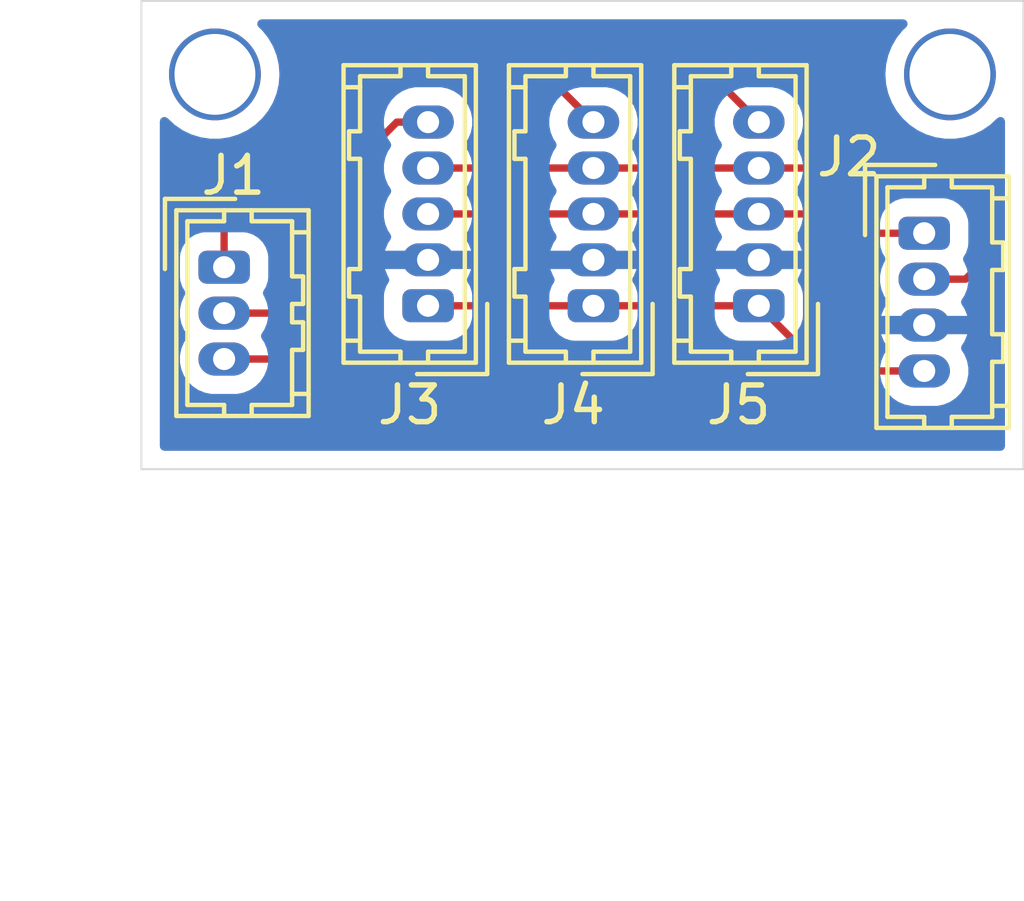
<source format=kicad_pcb>
(kicad_pcb (version 20240108) (generator "pcbnew") (generator_version "8.0")
  (layers (0 "F.Cu" signal) (31 "B.Cu" signal) (34 "B.Paste" user) (35 "F.Paste" user) (36 "B.SilkS" user "B.Silkscreen") (37 "F.SilkS" user "F.Silkscreen") (38 "B.Mask" user) (39 "F.Mask" user) (44 "Edge.Cuts" user))
  (net 0 "")
  (net 1 "Right Shut")
  (net 2 "Left Shut")
  (net 3 "Center Shut")
  (net 4 "GND")
  (net 5 "SCL")
  (net 6 "3V3")
  (net 7 "SDA")
  (footprint "Connector_Hirose:Hirose_DF13-04P-1.25DSA_1x04_P1.25mm_Vertical" (layer "F.Cu") (at 91.3 76.325 -90)
    (property "Reference" "J2" (at -2.075 2.05 180) (layer "F.SilkS"))
    (property "Value" "Head I2C")
    (fp_line (start -1.86 1.61) (end 0.05 1.61) (stroke (width 0.12)) (layer "F.SilkS"))
    (fp_line (start -1.55 1.3) (end 5.3 1.3) (stroke (width 0.12)) (layer "F.SilkS"))
    (fp_line (start 5.3 1.3) (end 5.3 -2.3) (stroke (width 0.12)) (layer "F.SilkS"))
    (fp_line (start -1.25 1) (end 5 1) (stroke (width 0.12)) (layer "F.SilkS"))
    (fp_line (start 5 1) (end 5 0) (stroke (width 0.12)) (layer "F.SilkS"))
    (fp_line (start -1.55 0) (end -1.25 0) (stroke (width 0.12)) (layer "F.SilkS"))
    (fp_line (start -1.25 0) (end -1.25 1) (stroke (width 0.12)) (layer "F.SilkS"))
    (fp_line (start 5 0) (end 5.3 0) (stroke (width 0.12)) (layer "F.SilkS"))
    (fp_line (start -1.86 -0.3) (end -1.86 1.61) (stroke (width 0.12)) (layer "F.SilkS"))
    (fp_line (start -1.55 -0.75) (end -1.25 -0.75) (stroke (width 0.12)) (layer "F.SilkS"))
    (fp_line (start -1.25 -0.75) (end -1.25 -1.85) (stroke (width 0.12)) (layer "F.SilkS"))
    (fp_line (start 5 -0.75) (end 5 -1.85) (stroke (width 0.12)) (layer "F.SilkS"))
    (fp_line (start 5.3 -0.75) (end 5 -0.75) (stroke (width 0.12)) (layer "F.SilkS"))
    (fp_line (start -1.25 -1.85) (end -0.95 -1.85) (stroke (width 0.12)) (layer "F.SilkS"))
    (fp_line (start -0.95 -1.85) (end 0.25 -1.85) (stroke (width 0.12)) (layer "F.SilkS"))
    (fp_line (start -0.95 -1.85) (end -0.95 -2.3) (stroke (width 0.12)) (layer "F.SilkS"))
    (fp_line (start 0.25 -1.85) (end 0.25 -2.15) (stroke (width 0.12)) (layer "F.SilkS"))
    (fp_line (start 1 -1.85) (end 2.75 -1.85) (stroke (width 0.12)) (layer "F.SilkS"))
    (fp_line (start 2.75 -1.85) (end 2.75 -2.15) (stroke (width 0.12)) (layer "F.SilkS"))
    (fp_line (start 3.5 -1.85) (end 4.7 -1.85) (stroke (width 0.12)) (layer "F.SilkS"))
    (fp_line (start 4.7 -1.85) (end 4.7 -2.3) (stroke (width 0.12)) (layer "F.SilkS"))
    (fp_line (start 5 -1.85) (end 4.7 -1.85) (stroke (width 0.12)) (layer "F.SilkS"))
    (fp_line (start 0.25 -2.15) (end 1 -2.15) (stroke (width 0.12)) (layer "F.SilkS"))
    (fp_line (start 1 -2.15) (end 1 -1.85) (stroke (width 0.12)) (layer "F.SilkS"))
    (fp_line (start 2.75 -2.15) (end 3.5 -2.15) (stroke (width 0.12)) (layer "F.SilkS"))
    (fp_line (start 3.5 -2.15) (end 3.5 -1.85) (stroke (width 0.12)) (layer "F.SilkS"))
    (fp_line (start -1.55 -2.3) (end -1.55 1.3) (stroke (width 0.12)) (layer "F.SilkS"))
    (fp_line (start 5.3 -2.3) (end -1.55 -2.3) (stroke (width 0.12)) (layer "F.SilkS"))
    (pad "1" thru_hole roundrect (at 0 0 270) (size 0.9 1.4) (drill 0.6) (layers "*.Cu" "*.Mask") (net 7 "SDA"))
    (pad "2" thru_hole oval (at 1.25 0 270) (size 0.9 1.4) (drill 0.6) (layers "*.Cu" "*.Mask") (net 5 "SCL"))
    (pad "3" thru_hole oval (at 2.5 0 270) (size 0.9 1.4) (drill 0.6) (layers "*.Cu" "*.Mask") (net 4 "GND"))
    (pad "4" thru_hole oval (at 3.75 0 270) (size 0.9 1.4) (drill 0.6) (layers "*.Cu" "*.Mask") (net 6 "3V3"))
  )
  (footprint "Connector_Hirose:Hirose_DF13-05P-1.25DSA_1x05_P1.25mm_Vertical" (layer "F.Cu") (at 77.8 78.3 90)
    (property "Reference" "J3" (at -2.7 -0.5 180) (layer "F.SilkS"))
    (property "Value" "Left ToF")
    (fp_line (start 6.55 -2.3) (end -1.55 -2.3) (stroke (width 0.12)) (layer "F.SilkS"))
    (fp_line (start -1.55 -2.3) (end -1.55 1.3) (stroke (width 0.12)) (layer "F.SilkS"))
    (fp_line (start 4.75 -2.15) (end 4.75 -1.85) (stroke (width 0.12)) (layer "F.SilkS"))
    (fp_line (start 4 -2.15) (end 4.75 -2.15) (stroke (width 0.12)) (layer "F.SilkS"))
    (fp_line (start 1 -2.15) (end 1 -1.85) (stroke (width 0.12)) (layer "F.SilkS"))
    (fp_line (start 0.25 -2.15) (end 1 -2.15) (stroke (width 0.12)) (layer "F.SilkS"))
    (fp_line (start 6.25 -1.85) (end 5.95 -1.85) (stroke (width 0.12)) (layer "F.SilkS"))
    (fp_line (start 5.95 -1.85) (end 5.95 -2.3) (stroke (width 0.12)) (layer "F.SilkS"))
    (fp_line (start 4.75 -1.85) (end 5.95 -1.85) (stroke (width 0.12)) (layer "F.SilkS"))
    (fp_line (start 4 -1.85) (end 4 -2.15) (stroke (width 0.12)) (layer "F.SilkS"))
    (fp_line (start 1 -1.85) (end 4 -1.85) (stroke (width 0.12)) (layer "F.SilkS"))
    (fp_line (start 0.25 -1.85) (end 0.25 -2.15) (stroke (width 0.12)) (layer "F.SilkS"))
    (fp_line (start -0.95 -1.85) (end -0.95 -2.3) (stroke (width 0.12)) (layer "F.SilkS"))
    (fp_line (start -0.95 -1.85) (end 0.25 -1.85) (stroke (width 0.12)) (layer "F.SilkS"))
    (fp_line (start -1.25 -1.85) (end -0.95 -1.85) (stroke (width 0.12)) (layer "F.SilkS"))
    (fp_line (start 6.55 -0.75) (end 6.25 -0.75) (stroke (width 0.12)) (layer "F.SilkS"))
    (fp_line (start 6.25 -0.75) (end 6.25 -1.85) (stroke (width 0.12)) (layer "F.SilkS"))
    (fp_line (start -1.25 -0.75) (end -1.25 -1.85) (stroke (width 0.12)) (layer "F.SilkS"))
    (fp_line (start -1.55 -0.75) (end -1.25 -0.75) (stroke (width 0.12)) (layer "F.SilkS"))
    (fp_line (start -1.86 -0.3) (end -1.86 1.61) (stroke (width 0.12)) (layer "F.SilkS"))
    (fp_line (start 6.25 0) (end 6.55 0) (stroke (width 0.12)) (layer "F.SilkS"))
    (fp_line (start -1.25 0) (end -1.25 1) (stroke (width 0.12)) (layer "F.SilkS"))
    (fp_line (start -1.55 0) (end -1.25 0) (stroke (width 0.12)) (layer "F.SilkS"))
    (fp_line (start 6.25 1) (end 6.25 0) (stroke (width 0.12)) (layer "F.SilkS"))
    (fp_line (start -1.25 1) (end 6.25 1) (stroke (width 0.12)) (layer "F.SilkS"))
    (fp_line (start 6.55 1.3) (end 6.55 -2.3) (stroke (width 0.12)) (layer "F.SilkS"))
    (fp_line (start -1.55 1.3) (end 6.55 1.3) (stroke (width 0.12)) (layer "F.SilkS"))
    (fp_line (start -1.86 1.61) (end 0.05 1.61) (stroke (width 0.12)) (layer "F.SilkS"))
    (pad "1" thru_hole roundrect (at 0 0 90) (size 0.9 1.4) (drill 0.6) (layers "*.Cu" "*.Mask") (net 6 "3V3"))
    (pad "2" thru_hole oval (at 1.25 0 90) (size 0.9 1.4) (drill 0.6) (layers "*.Cu" "*.Mask") (net 4 "GND"))
    (pad "3" thru_hole oval (at 2.5 0 90) (size 0.9 1.4) (drill 0.6) (layers "*.Cu" "*.Mask") (net 7 "SDA"))
    (pad "4" thru_hole oval (at 3.75 0 90) (size 0.9 1.4) (drill 0.6) (layers "*.Cu" "*.Mask") (net 5 "SCL"))
    (pad "5" thru_hole oval (at 5 0 90) (size 0.9 1.4) (drill 0.6) (layers "*.Cu" "*.Mask") (net 2 "Left Shut"))
  )
  (footprint "Connector_Hirose:Hirose_DF13-05P-1.25DSA_1x05_P1.25mm_Vertical" (layer "F.Cu") (at 82.3 78.3 90)
    (property "Reference" "J4" (at -2.7 -0.55 180) (layer "F.SilkS"))
    (property "Value" "Center ToF")
    (fp_line (start 6.55 -2.3) (end -1.55 -2.3) (stroke (width 0.12)) (layer "F.SilkS"))
    (fp_line (start -1.55 -2.3) (end -1.55 1.3) (stroke (width 0.12)) (layer "F.SilkS"))
    (fp_line (start 4.75 -2.15) (end 4.75 -1.85) (stroke (width 0.12)) (layer "F.SilkS"))
    (fp_line (start 4 -2.15) (end 4.75 -2.15) (stroke (width 0.12)) (layer "F.SilkS"))
    (fp_line (start 1 -2.15) (end 1 -1.85) (stroke (width 0.12)) (layer "F.SilkS"))
    (fp_line (start 0.25 -2.15) (end 1 -2.15) (stroke (width 0.12)) (layer "F.SilkS"))
    (fp_line (start 6.25 -1.85) (end 5.95 -1.85) (stroke (width 0.12)) (layer "F.SilkS"))
    (fp_line (start 5.95 -1.85) (end 5.95 -2.3) (stroke (width 0.12)) (layer "F.SilkS"))
    (fp_line (start 4.75 -1.85) (end 5.95 -1.85) (stroke (width 0.12)) (layer "F.SilkS"))
    (fp_line (start 4 -1.85) (end 4 -2.15) (stroke (width 0.12)) (layer "F.SilkS"))
    (fp_line (start 1 -1.85) (end 4 -1.85) (stroke (width 0.12)) (layer "F.SilkS"))
    (fp_line (start 0.25 -1.85) (end 0.25 -2.15) (stroke (width 0.12)) (layer "F.SilkS"))
    (fp_line (start -0.95 -1.85) (end -0.95 -2.3) (stroke (width 0.12)) (layer "F.SilkS"))
    (fp_line (start -0.95 -1.85) (end 0.25 -1.85) (stroke (width 0.12)) (layer "F.SilkS"))
    (fp_line (start -1.25 -1.85) (end -0.95 -1.85) (stroke (width 0.12)) (layer "F.SilkS"))
    (fp_line (start 6.55 -0.75) (end 6.25 -0.75) (stroke (width 0.12)) (layer "F.SilkS"))
    (fp_line (start 6.25 -0.75) (end 6.25 -1.85) (stroke (width 0.12)) (layer "F.SilkS"))
    (fp_line (start -1.25 -0.75) (end -1.25 -1.85) (stroke (width 0.12)) (layer "F.SilkS"))
    (fp_line (start -1.55 -0.75) (end -1.25 -0.75) (stroke (width 0.12)) (layer "F.SilkS"))
    (fp_line (start -1.86 -0.3) (end -1.86 1.61) (stroke (width 0.12)) (layer "F.SilkS"))
    (fp_line (start 6.25 0) (end 6.55 0) (stroke (width 0.12)) (layer "F.SilkS"))
    (fp_line (start -1.25 0) (end -1.25 1) (stroke (width 0.12)) (layer "F.SilkS"))
    (fp_line (start -1.55 0) (end -1.25 0) (stroke (width 0.12)) (layer "F.SilkS"))
    (fp_line (start 6.25 1) (end 6.25 0) (stroke (width 0.12)) (layer "F.SilkS"))
    (fp_line (start -1.25 1) (end 6.25 1) (stroke (width 0.12)) (layer "F.SilkS"))
    (fp_line (start 6.55 1.3) (end 6.55 -2.3) (stroke (width 0.12)) (layer "F.SilkS"))
    (fp_line (start -1.55 1.3) (end 6.55 1.3) (stroke (width 0.12)) (layer "F.SilkS"))
    (fp_line (start -1.86 1.61) (end 0.05 1.61) (stroke (width 0.12)) (layer "F.SilkS"))
    (pad "1" thru_hole roundrect (at 0 0 90) (size 0.9 1.4) (drill 0.6) (layers "*.Cu" "*.Mask") (net 6 "3V3"))
    (pad "2" thru_hole oval (at 1.25 0 90) (size 0.9 1.4) (drill 0.6) (layers "*.Cu" "*.Mask") (net 4 "GND"))
    (pad "3" thru_hole oval (at 2.5 0 90) (size 0.9 1.4) (drill 0.6) (layers "*.Cu" "*.Mask") (net 7 "SDA"))
    (pad "4" thru_hole oval (at 3.75 0 90) (size 0.9 1.4) (drill 0.6) (layers "*.Cu" "*.Mask") (net 5 "SCL"))
    (pad "5" thru_hole oval (at 5 0 90) (size 0.9 1.4) (drill 0.6) (layers "*.Cu" "*.Mask") (net 3 "Center Shut"))
  )
  (footprint "Connector_Hirose:Hirose_DF13-03P-1.25DSA_1x03_P1.25mm_Vertical" (layer "F.Cu") (at 72.25 77.25 -90)
    (property "Reference" "J1" (at -2.5 -0.25 180) (layer "F.SilkS"))
    (property "Value" "Head Shut")
    (fp_line (start -1.86 1.61) (end 0.05 1.61) (stroke (width 0.12)) (layer "F.SilkS"))
    (fp_line (start -1.55 1.3) (end 4.05 1.3) (stroke (width 0.12)) (layer "F.SilkS"))
    (fp_line (start 4.05 1.3) (end 4.05 -2.3) (stroke (width 0.12)) (layer "F.SilkS"))
    (fp_line (start -1.25 1) (end 3.75 1) (stroke (width 0.12)) (layer "F.SilkS"))
    (fp_line (start 3.75 1) (end 3.75 0) (stroke (width 0.12)) (layer "F.SilkS"))
    (fp_line (start -1.55 0) (end -1.25 0) (stroke (width 0.12)) (layer "F.SilkS"))
    (fp_line (start -1.25 0) (end -1.25 1) (stroke (width 0.12)) (layer "F.SilkS"))
    (fp_line (start 3.75 0) (end 4.05 0) (stroke (width 0.12)) (layer "F.SilkS"))
    (fp_line (start -1.86 -0.3) (end -1.86 1.61) (stroke (width 0.12)) (layer "F.SilkS"))
    (fp_line (start -1.55 -0.75) (end -1.25 -0.75) (stroke (width 0.12)) (layer "F.SilkS"))
    (fp_line (start -1.25 -0.75) (end -1.25 -1.85) (stroke (width 0.12)) (layer "F.SilkS"))
    (fp_line (start 3.75 -0.75) (end 3.75 -1.85) (stroke (width 0.12)) (layer "F.SilkS"))
    (fp_line (start 4.05 -0.75) (end 3.75 -0.75) (stroke (width 0.12)) (layer "F.SilkS"))
    (fp_line (start -1.25 -1.85) (end -0.95 -1.85) (stroke (width 0.12)) (layer "F.SilkS"))
    (fp_line (start -0.95 -1.85) (end 0.25 -1.85) (stroke (width 0.12)) (layer "F.SilkS"))
    (fp_line (start -0.95 -1.85) (end -0.95 -2.3) (stroke (width 0.12)) (layer "F.SilkS"))
    (fp_line (start 0.25 -1.85) (end 0.25 -2.15) (stroke (width 0.12)) (layer "F.SilkS"))
    (fp_line (start 1 -1.85) (end 1.5 -1.85) (stroke (width 0.12)) (layer "F.SilkS"))
    (fp_line (start 1.5 -1.85) (end 1.5 -2.15) (stroke (width 0.12)) (layer "F.SilkS"))
    (fp_line (start 2.25 -1.85) (end 3.45 -1.85) (stroke (width 0.12)) (layer "F.SilkS"))
    (fp_line (start 3.45 -1.85) (end 3.45 -2.3) (stroke (width 0.12)) (layer "F.SilkS"))
    (fp_line (start 3.75 -1.85) (end 3.45 -1.85) (stroke (width 0.12)) (layer "F.SilkS"))
    (fp_line (start 0.25 -2.15) (end 1 -2.15) (stroke (width 0.12)) (layer "F.SilkS"))
    (fp_line (start 1 -2.15) (end 1 -1.85) (stroke (width 0.12)) (layer "F.SilkS"))
    (fp_line (start 1.5 -2.15) (end 2.25 -2.15) (stroke (width 0.12)) (layer "F.SilkS"))
    (fp_line (start 2.25 -2.15) (end 2.25 -1.85) (stroke (width 0.12)) (layer "F.SilkS"))
    (fp_line (start -1.55 -2.3) (end -1.55 1.3) (stroke (width 0.12)) (layer "F.SilkS"))
    (fp_line (start 4.05 -2.3) (end -1.55 -2.3) (stroke (width 0.12)) (layer "F.SilkS"))
    (pad "1" thru_hole roundrect (at 0 0 270) (size 0.9 1.4) (drill 0.6) (layers "*.Cu" "*.Mask") (net 1 "Right Shut"))
    (pad "2" thru_hole oval (at 1.25 0 270) (size 0.9 1.4) (drill 0.6) (layers "*.Cu" "*.Mask") (net 3 "Center Shut"))
    (pad "3" thru_hole oval (at 2.5 0 270) (size 0.9 1.4) (drill 0.6) (layers "*.Cu" "*.Mask") (net 2 "Left Shut"))
  )
  (footprint "Connector_Hirose:Hirose_DF13-05P-1.25DSA_1x05_P1.25mm_Vertical" (layer "F.Cu") (at 86.8 78.3 90)
    (property "Reference" "J5" (at -2.7 -0.55 180) (layer "F.SilkS"))
    (property "Value" "Right ToF")
    (fp_line (start 6.55 -2.3) (end -1.55 -2.3) (stroke (width 0.12)) (layer "F.SilkS"))
    (fp_line (start -1.55 -2.3) (end -1.55 1.3) (stroke (width 0.12)) (layer "F.SilkS"))
    (fp_line (start 4.75 -2.15) (end 4.75 -1.85) (stroke (width 0.12)) (layer "F.SilkS"))
    (fp_line (start 4 -2.15) (end 4.75 -2.15) (stroke (width 0.12)) (layer "F.SilkS"))
    (fp_line (start 1 -2.15) (end 1 -1.85) (stroke (width 0.12)) (layer "F.SilkS"))
    (fp_line (start 0.25 -2.15) (end 1 -2.15) (stroke (width 0.12)) (layer "F.SilkS"))
    (fp_line (start 6.25 -1.85) (end 5.95 -1.85) (stroke (width 0.12)) (layer "F.SilkS"))
    (fp_line (start 5.95 -1.85) (end 5.95 -2.3) (stroke (width 0.12)) (layer "F.SilkS"))
    (fp_line (start 4.75 -1.85) (end 5.95 -1.85) (stroke (width 0.12)) (layer "F.SilkS"))
    (fp_line (start 4 -1.85) (end 4 -2.15) (stroke (width 0.12)) (layer "F.SilkS"))
    (fp_line (start 1 -1.85) (end 4 -1.85) (stroke (width 0.12)) (layer "F.SilkS"))
    (fp_line (start 0.25 -1.85) (end 0.25 -2.15) (stroke (width 0.12)) (layer "F.SilkS"))
    (fp_line (start -0.95 -1.85) (end -0.95 -2.3) (stroke (width 0.12)) (layer "F.SilkS"))
    (fp_line (start -0.95 -1.85) (end 0.25 -1.85) (stroke (width 0.12)) (layer "F.SilkS"))
    (fp_line (start -1.25 -1.85) (end -0.95 -1.85) (stroke (width 0.12)) (layer "F.SilkS"))
    (fp_line (start 6.55 -0.75) (end 6.25 -0.75) (stroke (width 0.12)) (layer "F.SilkS"))
    (fp_line (start 6.25 -0.75) (end 6.25 -1.85) (stroke (width 0.12)) (layer "F.SilkS"))
    (fp_line (start -1.25 -0.75) (end -1.25 -1.85) (stroke (width 0.12)) (layer "F.SilkS"))
    (fp_line (start -1.55 -0.75) (end -1.25 -0.75) (stroke (width 0.12)) (layer "F.SilkS"))
    (fp_line (start -1.86 -0.3) (end -1.86 1.61) (stroke (width 0.12)) (layer "F.SilkS"))
    (fp_line (start 6.25 0) (end 6.55 0) (stroke (width 0.12)) (layer "F.SilkS"))
    (fp_line (start -1.25 0) (end -1.25 1) (stroke (width 0.12)) (layer "F.SilkS"))
    (fp_line (start -1.55 0) (end -1.25 0) (stroke (width 0.12)) (layer "F.SilkS"))
    (fp_line (start 6.25 1) (end 6.25 0) (stroke (width 0.12)) (layer "F.SilkS"))
    (fp_line (start -1.25 1) (end 6.25 1) (stroke (width 0.12)) (layer "F.SilkS"))
    (fp_line (start 6.55 1.3) (end 6.55 -2.3) (stroke (width 0.12)) (layer "F.SilkS"))
    (fp_line (start -1.55 1.3) (end 6.55 1.3) (stroke (width 0.12)) (layer "F.SilkS"))
    (fp_line (start -1.86 1.61) (end 0.05 1.61) (stroke (width 0.12)) (layer "F.SilkS"))
    (pad "1" thru_hole roundrect (at 0 0 90) (size 0.9 1.4) (drill 0.6) (layers "*.Cu" "*.Mask") (net 6 "3V3"))
    (pad "2" thru_hole oval (at 1.25 0 90) (size 0.9 1.4) (drill 0.6) (layers "*.Cu" "*.Mask") (net 4 "GND"))
    (pad "3" thru_hole oval (at 2.5 0 90) (size 0.9 1.4) (drill 0.6) (layers "*.Cu" "*.Mask") (net 7 "SDA"))
    (pad "4" thru_hole oval (at 3.75 0 90) (size 0.9 1.4) (drill 0.6) (layers "*.Cu" "*.Mask") (net 5 "SCL"))
    (pad "5" thru_hole oval (at 5 0 90) (size 0.9 1.4) (drill 0.6) (layers "*.Cu" "*.Mask") (net 1 "Right Shut"))
  )
  (gr_line (start 70 82.75) (end 70 70) (stroke (width 0.05)) (layer "Edge.Cuts"))
  (gr_line (start 94 70) (end 94 82.75) (stroke (width 0.05)) (layer "Edge.Cuts"))
  (gr_line (start 94 82.75) (end 70 82.75) (stroke (width 0.05)) (layer "Edge.Cuts"))
  (gr_line (start 70 70) (end 94 70) (stroke (width 0.05)) (layer "Edge.Cuts"))
  (via (at 72 72) (size 2.5) (drill 2.2) (layers "F.Cu" "B.Cu") (net 0))
  (via (at 92 72) (size 2.5) (drill 2.2) (layers "F.Cu" "B.Cu") (net 0))
  (segment (start 76.934314 71.5) (end 85 71.5) (width 0.2) (layer "F.Cu") (net 1))
  (segment (start 72.25 77.25) (end 72.25 76.184314) (width 0.2) (layer "F.Cu") (net 1))
  (segment (start 85 71.5) (end 86.8 73.3) (width 0.2) (layer "F.Cu") (net 1))
  (segment (start 72.25 76.184314) (end 76.934314 71.5) (width 0.2) (layer "F.Cu") (net 1))
  (segment (start 74.5 78.75) (end 74.5 75.75) (width 0.2) (layer "F.Cu") (net 2))
  (segment (start 72.25 79.75) (end 73.5 79.75) (width 0.2) (layer "F.Cu") (net 2))
  (segment (start 76.95 73.3) (end 77.8 73.3) (width 0.2) (layer "F.Cu") (net 2))
  (segment (start 73.5 79.75) (end 74.5 78.75) (width 0.2) (layer "F.Cu") (net 2))
  (segment (start 74.5 75.75) (end 76.95 73.3) (width 0.2) (layer "F.Cu") (net 2))
  (segment (start 81 72) (end 82.3 73.3) (width 0.2) (layer "F.Cu") (net 3))
  (segment (start 74.1 77.9) (end 74.1 74.9) (width 0.2) (layer "F.Cu") (net 3))
  (segment (start 74.1 74.9) (end 77 72) (width 0.2) (layer "F.Cu") (net 3))
  (segment (start 73.5 78.5) (end 74.1 77.9) (width 0.2) (layer "F.Cu") (net 3))
  (segment (start 72.25 78.5) (end 73.5 78.5) (width 0.2) (layer "F.Cu") (net 3))
  (segment (start 77 72) (end 81 72) (width 0.2) (layer "F.Cu") (net 3))
  (segment (start 86.8 74.55) (end 82.3 74.55) (width 0.2) (layer "F.Cu") (net 5))
  (segment (start 92.75 75.5) (end 91.8 74.55) (width 0.2) (layer "F.Cu") (net 5))
  (segment (start 91.3 77.575) (end 92.425 77.575) (width 0.2) (layer "F.Cu") (net 5))
  (segment (start 92.75 77.25) (end 92.75 75.5) (width 0.2) (layer "F.Cu") (net 5))
  (segment (start 92.425 77.575) (end 92.75 77.25) (width 0.2) (layer "F.Cu") (net 5))
  (segment (start 91.8 74.55) (end 86.8 74.55) (width 0.2) (layer "F.Cu") (net 5))
  (segment (start 77.8 74.55) (end 82.3 74.55) (width 0.2) (layer "F.Cu") (net 5))
  (segment (start 77.8 78.3) (end 82.3 78.3) (width 0.2) (layer "F.Cu") (net 6))
  (segment (start 82.3 78.3) (end 86.8 78.3) (width 0.2) (layer "F.Cu") (net 6))
  (segment (start 88.575 80.075) (end 91.3 80.075) (width 0.2) (layer "F.Cu") (net 6))
  (segment (start 86.8 78.3) (end 88.575 80.075) (width 0.2) (layer "F.Cu") (net 6))
  (segment (start 86.8 75.8) (end 88.3 75.8) (width 0.2) (layer "F.Cu") (net 7))
  (segment (start 88.825 76.325) (end 91.3 76.325) (width 0.2) (layer "F.Cu") (net 7))
  (segment (start 88.3 75.8) (end 88.825 76.325) (width 0.2) (layer "F.Cu") (net 7))
  (segment (start 77.8 75.8) (end 82.3 75.8) (width 0.2) (layer "F.Cu") (net 7))
  (segment (start 82.3 75.8) (end 86.8 75.8) (width 0.2) (layer "F.Cu") (net 7))
  (zone (net 4) (net_name "GND") (layer "B.Cu") (connect_pads (clearance 0.5)) (min_thickness 0.25) (fill yes (thermal_gap 0.5) (thermal_bridge_width 0.5))
    (polygon (pts (xy 70 70) (xy 94 70) (xy 94 82.75) (xy 70 82.75)))
  )
)
</source>
